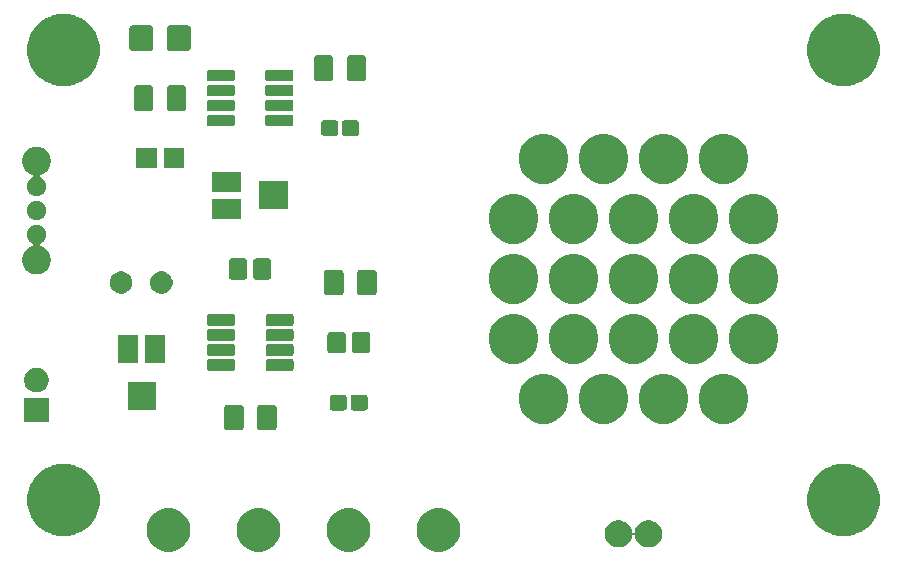
<source format=gbr>
G04 #@! TF.GenerationSoftware,KiCad,Pcbnew,(5.1.5)-3*
G04 #@! TF.CreationDate,2020-06-16T01:41:36-04:00*
G04 #@! TF.ProjectId,SMT-Theremin-v1,534d542d-5468-4657-9265-6d696e2d7631,rev?*
G04 #@! TF.SameCoordinates,Original*
G04 #@! TF.FileFunction,Soldermask,Top*
G04 #@! TF.FilePolarity,Negative*
%FSLAX46Y46*%
G04 Gerber Fmt 4.6, Leading zero omitted, Abs format (unit mm)*
G04 Created by KiCad (PCBNEW (5.1.5)-3) date 2020-06-16 01:41:36*
%MOMM*%
%LPD*%
G04 APERTURE LIST*
%ADD10C,0.100000*%
G04 APERTURE END LIST*
D10*
G36*
X118650850Y-115057056D02*
G01*
X118988293Y-115196829D01*
X119291984Y-115399749D01*
X119550251Y-115658016D01*
X119753171Y-115961707D01*
X119892944Y-116299150D01*
X119964200Y-116657377D01*
X119964200Y-117022623D01*
X119892944Y-117380850D01*
X119753171Y-117718293D01*
X119550251Y-118021984D01*
X119291984Y-118280251D01*
X118988293Y-118483171D01*
X118650850Y-118622944D01*
X118292623Y-118694200D01*
X117927377Y-118694200D01*
X117569150Y-118622944D01*
X117231707Y-118483171D01*
X116928016Y-118280251D01*
X116669749Y-118021984D01*
X116466829Y-117718293D01*
X116327056Y-117380850D01*
X116255800Y-117022623D01*
X116255800Y-116657377D01*
X116327056Y-116299150D01*
X116466829Y-115961707D01*
X116669749Y-115658016D01*
X116928016Y-115399749D01*
X117231707Y-115196829D01*
X117569150Y-115057056D01*
X117927377Y-114985800D01*
X118292623Y-114985800D01*
X118650850Y-115057056D01*
G37*
G36*
X111030850Y-115057056D02*
G01*
X111368293Y-115196829D01*
X111671984Y-115399749D01*
X111930251Y-115658016D01*
X112133171Y-115961707D01*
X112272944Y-116299150D01*
X112344200Y-116657377D01*
X112344200Y-117022623D01*
X112272944Y-117380850D01*
X112133171Y-117718293D01*
X111930251Y-118021984D01*
X111671984Y-118280251D01*
X111368293Y-118483171D01*
X111030850Y-118622944D01*
X110672623Y-118694200D01*
X110307377Y-118694200D01*
X109949150Y-118622944D01*
X109611707Y-118483171D01*
X109308016Y-118280251D01*
X109049749Y-118021984D01*
X108846829Y-117718293D01*
X108707056Y-117380850D01*
X108635800Y-117022623D01*
X108635800Y-116657377D01*
X108707056Y-116299150D01*
X108846829Y-115961707D01*
X109049749Y-115658016D01*
X109308016Y-115399749D01*
X109611707Y-115196829D01*
X109949150Y-115057056D01*
X110307377Y-114985800D01*
X110672623Y-114985800D01*
X111030850Y-115057056D01*
G37*
G36*
X95790850Y-115057056D02*
G01*
X96128293Y-115196829D01*
X96431984Y-115399749D01*
X96690251Y-115658016D01*
X96893171Y-115961707D01*
X97032944Y-116299150D01*
X97104200Y-116657377D01*
X97104200Y-117022623D01*
X97032944Y-117380850D01*
X96893171Y-117718293D01*
X96690251Y-118021984D01*
X96431984Y-118280251D01*
X96128293Y-118483171D01*
X95790850Y-118622944D01*
X95432623Y-118694200D01*
X95067377Y-118694200D01*
X94709150Y-118622944D01*
X94371707Y-118483171D01*
X94068016Y-118280251D01*
X93809749Y-118021984D01*
X93606829Y-117718293D01*
X93467056Y-117380850D01*
X93395800Y-117022623D01*
X93395800Y-116657377D01*
X93467056Y-116299150D01*
X93606829Y-115961707D01*
X93809749Y-115658016D01*
X94068016Y-115399749D01*
X94371707Y-115196829D01*
X94709150Y-115057056D01*
X95067377Y-114985800D01*
X95432623Y-114985800D01*
X95790850Y-115057056D01*
G37*
G36*
X103410850Y-115057056D02*
G01*
X103748293Y-115196829D01*
X104051984Y-115399749D01*
X104310251Y-115658016D01*
X104513171Y-115961707D01*
X104652944Y-116299150D01*
X104724200Y-116657377D01*
X104724200Y-117022623D01*
X104652944Y-117380850D01*
X104513171Y-117718293D01*
X104310251Y-118021984D01*
X104051984Y-118280251D01*
X103748293Y-118483171D01*
X103410850Y-118622944D01*
X103052623Y-118694200D01*
X102687377Y-118694200D01*
X102329150Y-118622944D01*
X101991707Y-118483171D01*
X101688016Y-118280251D01*
X101429749Y-118021984D01*
X101226829Y-117718293D01*
X101087056Y-117380850D01*
X101015800Y-117022623D01*
X101015800Y-116657377D01*
X101087056Y-116299150D01*
X101226829Y-115961707D01*
X101429749Y-115658016D01*
X101688016Y-115399749D01*
X101991707Y-115196829D01*
X102329150Y-115057056D01*
X102687377Y-114985800D01*
X103052623Y-114985800D01*
X103410850Y-115057056D01*
G37*
G36*
X133687105Y-116039714D02*
G01*
X133897429Y-116126833D01*
X134086716Y-116253310D01*
X134247691Y-116414285D01*
X134374168Y-116603572D01*
X134461287Y-116813896D01*
X134495443Y-116985608D01*
X134502668Y-117009426D01*
X134514404Y-117031382D01*
X134530198Y-117050627D01*
X134549443Y-117066421D01*
X134571400Y-117078157D01*
X134595224Y-117085384D01*
X134620000Y-117087824D01*
X134644777Y-117085384D01*
X134668601Y-117078157D01*
X134690557Y-117066421D01*
X134709802Y-117050627D01*
X134725596Y-117031382D01*
X134737332Y-117009425D01*
X134744557Y-116985608D01*
X134778713Y-116813896D01*
X134865832Y-116603572D01*
X134992309Y-116414285D01*
X135153284Y-116253310D01*
X135342571Y-116126833D01*
X135552895Y-116039714D01*
X135776173Y-115995301D01*
X136003827Y-115995301D01*
X136227105Y-116039714D01*
X136437429Y-116126833D01*
X136626716Y-116253310D01*
X136787691Y-116414285D01*
X136914168Y-116603572D01*
X137001287Y-116813896D01*
X137045700Y-117037174D01*
X137045700Y-117264828D01*
X137001287Y-117488106D01*
X136914168Y-117698430D01*
X136787691Y-117887717D01*
X136626716Y-118048692D01*
X136437429Y-118175169D01*
X136227105Y-118262288D01*
X136003827Y-118306701D01*
X135776173Y-118306701D01*
X135552895Y-118262288D01*
X135342571Y-118175169D01*
X135153284Y-118048692D01*
X134992309Y-117887717D01*
X134865832Y-117698430D01*
X134778713Y-117488106D01*
X134744557Y-117316394D01*
X134737332Y-117292576D01*
X134725596Y-117270620D01*
X134709802Y-117251375D01*
X134690557Y-117235581D01*
X134668600Y-117223845D01*
X134644776Y-117216618D01*
X134620000Y-117214178D01*
X134595223Y-117216618D01*
X134571399Y-117223845D01*
X134549443Y-117235581D01*
X134530198Y-117251375D01*
X134514404Y-117270620D01*
X134502668Y-117292577D01*
X134495443Y-117316394D01*
X134461287Y-117488106D01*
X134374168Y-117698430D01*
X134247691Y-117887717D01*
X134086716Y-118048692D01*
X133897429Y-118175169D01*
X133687105Y-118262288D01*
X133463827Y-118306701D01*
X133236173Y-118306701D01*
X133012895Y-118262288D01*
X132802571Y-118175169D01*
X132613284Y-118048692D01*
X132452309Y-117887717D01*
X132325832Y-117698430D01*
X132238713Y-117488106D01*
X132194300Y-117264828D01*
X132194300Y-117037174D01*
X132238713Y-116813896D01*
X132325832Y-116603572D01*
X132452309Y-116414285D01*
X132613284Y-116253310D01*
X132802571Y-116126833D01*
X133012895Y-116039714D01*
X133236173Y-115995301D01*
X133463827Y-115995301D01*
X133687105Y-116039714D01*
G37*
G36*
X152819073Y-111262696D02*
G01*
X153292772Y-111356920D01*
X153571279Y-111472282D01*
X153849785Y-111587643D01*
X153849786Y-111587644D01*
X154351083Y-111922599D01*
X154777401Y-112348917D01*
X155001211Y-112683873D01*
X155112357Y-112850215D01*
X155227718Y-113128721D01*
X155343080Y-113407228D01*
X155460700Y-113998548D01*
X155460700Y-114601452D01*
X155343080Y-115192772D01*
X155257347Y-115399749D01*
X155112357Y-115749785D01*
X155112356Y-115749786D01*
X154777401Y-116251083D01*
X154351083Y-116677401D01*
X154146803Y-116813896D01*
X153849785Y-117012357D01*
X153571279Y-117127718D01*
X153292772Y-117243080D01*
X152819073Y-117337304D01*
X152701453Y-117360700D01*
X152098547Y-117360700D01*
X151980927Y-117337304D01*
X151507228Y-117243080D01*
X151228721Y-117127718D01*
X150950215Y-117012357D01*
X150653197Y-116813896D01*
X150448917Y-116677401D01*
X150022599Y-116251083D01*
X149687644Y-115749786D01*
X149687643Y-115749785D01*
X149542653Y-115399749D01*
X149456920Y-115192772D01*
X149339300Y-114601452D01*
X149339300Y-113998548D01*
X149456920Y-113407228D01*
X149572282Y-113128721D01*
X149687643Y-112850215D01*
X149798789Y-112683873D01*
X150022599Y-112348917D01*
X150448917Y-111922599D01*
X150950214Y-111587644D01*
X150950215Y-111587643D01*
X151228721Y-111472282D01*
X151507228Y-111356920D01*
X151980927Y-111262696D01*
X152098547Y-111239300D01*
X152701453Y-111239300D01*
X152819073Y-111262696D01*
G37*
G36*
X86779073Y-111262696D02*
G01*
X87252772Y-111356920D01*
X87531279Y-111472282D01*
X87809785Y-111587643D01*
X87809786Y-111587644D01*
X88311083Y-111922599D01*
X88737401Y-112348917D01*
X88961211Y-112683873D01*
X89072357Y-112850215D01*
X89187718Y-113128721D01*
X89303080Y-113407228D01*
X89420700Y-113998548D01*
X89420700Y-114601452D01*
X89303080Y-115192772D01*
X89217347Y-115399749D01*
X89072357Y-115749785D01*
X89072356Y-115749786D01*
X88737401Y-116251083D01*
X88311083Y-116677401D01*
X88106803Y-116813896D01*
X87809785Y-117012357D01*
X87531279Y-117127718D01*
X87252772Y-117243080D01*
X86779073Y-117337304D01*
X86661453Y-117360700D01*
X86058547Y-117360700D01*
X85940927Y-117337304D01*
X85467228Y-117243080D01*
X85188721Y-117127718D01*
X84910215Y-117012357D01*
X84613197Y-116813896D01*
X84408917Y-116677401D01*
X83982599Y-116251083D01*
X83647644Y-115749786D01*
X83647643Y-115749785D01*
X83502653Y-115399749D01*
X83416920Y-115192772D01*
X83299300Y-114601452D01*
X83299300Y-113998548D01*
X83416920Y-113407228D01*
X83532282Y-113128721D01*
X83647643Y-112850215D01*
X83758789Y-112683873D01*
X83982599Y-112348917D01*
X84408917Y-111922599D01*
X84910214Y-111587644D01*
X84910215Y-111587643D01*
X85188721Y-111472282D01*
X85467228Y-111356920D01*
X85940927Y-111262696D01*
X86058547Y-111239300D01*
X86661453Y-111239300D01*
X86779073Y-111262696D01*
G37*
G36*
X101406961Y-106242304D02*
G01*
X101454701Y-106256785D01*
X101498693Y-106280299D01*
X101537254Y-106311946D01*
X101568901Y-106350507D01*
X101592415Y-106394499D01*
X101606896Y-106442239D01*
X101612400Y-106498116D01*
X101612400Y-108131884D01*
X101606896Y-108187761D01*
X101592415Y-108235501D01*
X101568901Y-108279493D01*
X101537254Y-108318054D01*
X101498693Y-108349701D01*
X101454701Y-108373215D01*
X101406961Y-108387696D01*
X101351084Y-108393200D01*
X100217316Y-108393200D01*
X100161439Y-108387696D01*
X100113699Y-108373215D01*
X100069707Y-108349701D01*
X100031146Y-108318054D01*
X99999499Y-108279493D01*
X99975985Y-108235501D01*
X99961504Y-108187761D01*
X99956000Y-108131884D01*
X99956000Y-106498116D01*
X99961504Y-106442239D01*
X99975985Y-106394499D01*
X99999499Y-106350507D01*
X100031146Y-106311946D01*
X100069707Y-106280299D01*
X100113699Y-106256785D01*
X100161439Y-106242304D01*
X100217316Y-106236800D01*
X101351084Y-106236800D01*
X101406961Y-106242304D01*
G37*
G36*
X104206961Y-106242304D02*
G01*
X104254701Y-106256785D01*
X104298693Y-106280299D01*
X104337254Y-106311946D01*
X104368901Y-106350507D01*
X104392415Y-106394499D01*
X104406896Y-106442239D01*
X104412400Y-106498116D01*
X104412400Y-108131884D01*
X104406896Y-108187761D01*
X104392415Y-108235501D01*
X104368901Y-108279493D01*
X104337254Y-108318054D01*
X104298693Y-108349701D01*
X104254701Y-108373215D01*
X104206961Y-108387696D01*
X104151084Y-108393200D01*
X103017316Y-108393200D01*
X102961439Y-108387696D01*
X102913699Y-108373215D01*
X102869707Y-108349701D01*
X102831146Y-108318054D01*
X102799499Y-108279493D01*
X102775985Y-108235501D01*
X102761504Y-108187761D01*
X102756000Y-108131884D01*
X102756000Y-106498116D01*
X102761504Y-106442239D01*
X102775985Y-106394499D01*
X102799499Y-106350507D01*
X102831146Y-106311946D01*
X102869707Y-106280299D01*
X102913699Y-106256785D01*
X102961439Y-106242304D01*
X103017316Y-106236800D01*
X104151084Y-106236800D01*
X104206961Y-106242304D01*
G37*
G36*
X137774939Y-103693818D02*
G01*
X138158607Y-103852738D01*
X138503899Y-104083455D01*
X138797546Y-104377102D01*
X139028263Y-104722394D01*
X139187183Y-105106062D01*
X139268200Y-105513361D01*
X139268200Y-105928641D01*
X139187183Y-106335940D01*
X139028263Y-106719608D01*
X138797546Y-107064900D01*
X138503899Y-107358547D01*
X138158607Y-107589264D01*
X137774939Y-107748184D01*
X137367640Y-107829201D01*
X136952360Y-107829201D01*
X136545061Y-107748184D01*
X136161393Y-107589264D01*
X135816101Y-107358547D01*
X135522454Y-107064900D01*
X135291737Y-106719608D01*
X135132817Y-106335940D01*
X135051800Y-105928641D01*
X135051800Y-105513361D01*
X135132817Y-105106062D01*
X135291737Y-104722394D01*
X135522454Y-104377102D01*
X135816101Y-104083455D01*
X136161393Y-103852738D01*
X136545061Y-103693818D01*
X136952360Y-103612801D01*
X137367640Y-103612801D01*
X137774939Y-103693818D01*
G37*
G36*
X142854939Y-103693818D02*
G01*
X143238607Y-103852738D01*
X143583899Y-104083455D01*
X143877546Y-104377102D01*
X144108263Y-104722394D01*
X144267183Y-105106062D01*
X144348200Y-105513361D01*
X144348200Y-105928641D01*
X144267183Y-106335940D01*
X144108263Y-106719608D01*
X143877546Y-107064900D01*
X143583899Y-107358547D01*
X143238607Y-107589264D01*
X142854939Y-107748184D01*
X142447640Y-107829201D01*
X142032360Y-107829201D01*
X141625061Y-107748184D01*
X141241393Y-107589264D01*
X140896101Y-107358547D01*
X140602454Y-107064900D01*
X140371737Y-106719608D01*
X140212817Y-106335940D01*
X140131800Y-105928641D01*
X140131800Y-105513361D01*
X140212817Y-105106062D01*
X140371737Y-104722394D01*
X140602454Y-104377102D01*
X140896101Y-104083455D01*
X141241393Y-103852738D01*
X141625061Y-103693818D01*
X142032360Y-103612801D01*
X142447640Y-103612801D01*
X142854939Y-103693818D01*
G37*
G36*
X127614939Y-103693818D02*
G01*
X127998607Y-103852738D01*
X128343899Y-104083455D01*
X128637546Y-104377102D01*
X128868263Y-104722394D01*
X129027183Y-105106062D01*
X129108200Y-105513361D01*
X129108200Y-105928641D01*
X129027183Y-106335940D01*
X128868263Y-106719608D01*
X128637546Y-107064900D01*
X128343899Y-107358547D01*
X127998607Y-107589264D01*
X127614939Y-107748184D01*
X127207640Y-107829201D01*
X126792360Y-107829201D01*
X126385061Y-107748184D01*
X126001393Y-107589264D01*
X125656101Y-107358547D01*
X125362454Y-107064900D01*
X125131737Y-106719608D01*
X124972817Y-106335940D01*
X124891800Y-105928641D01*
X124891800Y-105513361D01*
X124972817Y-105106062D01*
X125131737Y-104722394D01*
X125362454Y-104377102D01*
X125656101Y-104083455D01*
X126001393Y-103852738D01*
X126385061Y-103693818D01*
X126792360Y-103612801D01*
X127207640Y-103612801D01*
X127614939Y-103693818D01*
G37*
G36*
X132694939Y-103693818D02*
G01*
X133078607Y-103852738D01*
X133423899Y-104083455D01*
X133717546Y-104377102D01*
X133948263Y-104722394D01*
X134107183Y-105106062D01*
X134188200Y-105513361D01*
X134188200Y-105928641D01*
X134107183Y-106335940D01*
X133948263Y-106719608D01*
X133717546Y-107064900D01*
X133423899Y-107358547D01*
X133078607Y-107589264D01*
X132694939Y-107748184D01*
X132287640Y-107829201D01*
X131872360Y-107829201D01*
X131465061Y-107748184D01*
X131081393Y-107589264D01*
X130736101Y-107358547D01*
X130442454Y-107064900D01*
X130211737Y-106719608D01*
X130052817Y-106335940D01*
X129971800Y-105928641D01*
X129971800Y-105513361D01*
X130052817Y-105106062D01*
X130211737Y-104722394D01*
X130442454Y-104377102D01*
X130736101Y-104083455D01*
X131081393Y-103852738D01*
X131465061Y-103693818D01*
X131872360Y-103612801D01*
X132287640Y-103612801D01*
X132694939Y-103693818D01*
G37*
G36*
X85127200Y-107733200D02*
G01*
X83020800Y-107733200D01*
X83020800Y-105626800D01*
X85127200Y-105626800D01*
X85127200Y-107733200D01*
G37*
G36*
X110146643Y-105372698D02*
G01*
X110198234Y-105388347D01*
X110245773Y-105413757D01*
X110287444Y-105447956D01*
X110321643Y-105489627D01*
X110347053Y-105537166D01*
X110362702Y-105588757D01*
X110368600Y-105648634D01*
X110368600Y-106441366D01*
X110362702Y-106501243D01*
X110347053Y-106552834D01*
X110321643Y-106600373D01*
X110287444Y-106642044D01*
X110245773Y-106676243D01*
X110198234Y-106701653D01*
X110146643Y-106717302D01*
X110086766Y-106723200D01*
X109194034Y-106723200D01*
X109134157Y-106717302D01*
X109082566Y-106701653D01*
X109035027Y-106676243D01*
X108993356Y-106642044D01*
X108959157Y-106600373D01*
X108933747Y-106552834D01*
X108918098Y-106501243D01*
X108912200Y-106441366D01*
X108912200Y-105648634D01*
X108918098Y-105588757D01*
X108933747Y-105537166D01*
X108959157Y-105489627D01*
X108993356Y-105447956D01*
X109035027Y-105413757D01*
X109082566Y-105388347D01*
X109134157Y-105372698D01*
X109194034Y-105366800D01*
X110086766Y-105366800D01*
X110146643Y-105372698D01*
G37*
G36*
X111896643Y-105372698D02*
G01*
X111948234Y-105388347D01*
X111995773Y-105413757D01*
X112037444Y-105447956D01*
X112071643Y-105489627D01*
X112097053Y-105537166D01*
X112112702Y-105588757D01*
X112118600Y-105648634D01*
X112118600Y-106441366D01*
X112112702Y-106501243D01*
X112097053Y-106552834D01*
X112071643Y-106600373D01*
X112037444Y-106642044D01*
X111995773Y-106676243D01*
X111948234Y-106701653D01*
X111896643Y-106717302D01*
X111836766Y-106723200D01*
X110944034Y-106723200D01*
X110884157Y-106717302D01*
X110832566Y-106701653D01*
X110785027Y-106676243D01*
X110743356Y-106642044D01*
X110709157Y-106600373D01*
X110683747Y-106552834D01*
X110668098Y-106501243D01*
X110662200Y-106441366D01*
X110662200Y-105648634D01*
X110668098Y-105588757D01*
X110683747Y-105537166D01*
X110709157Y-105489627D01*
X110743356Y-105447956D01*
X110785027Y-105413757D01*
X110832566Y-105388347D01*
X110884157Y-105372698D01*
X110944034Y-105366800D01*
X111836766Y-105366800D01*
X111896643Y-105372698D01*
G37*
G36*
X94192600Y-106708200D02*
G01*
X91786200Y-106708200D01*
X91786200Y-104301800D01*
X94192600Y-104301800D01*
X94192600Y-106708200D01*
G37*
G36*
X84381207Y-103127274D02*
G01*
X84572877Y-103206666D01*
X84745376Y-103321926D01*
X84892074Y-103468624D01*
X85007334Y-103641123D01*
X85086726Y-103832793D01*
X85127200Y-104036269D01*
X85127200Y-104243731D01*
X85086726Y-104447207D01*
X85007334Y-104638877D01*
X84892074Y-104811376D01*
X84745376Y-104958074D01*
X84572877Y-105073334D01*
X84381207Y-105152726D01*
X84177731Y-105193200D01*
X83970269Y-105193200D01*
X83766793Y-105152726D01*
X83575123Y-105073334D01*
X83402624Y-104958074D01*
X83255926Y-104811376D01*
X83140666Y-104638877D01*
X83061274Y-104447207D01*
X83020800Y-104243731D01*
X83020800Y-104036269D01*
X83061274Y-103832793D01*
X83140666Y-103641123D01*
X83255926Y-103468624D01*
X83402624Y-103321926D01*
X83575123Y-103206666D01*
X83766793Y-103127274D01*
X83970269Y-103086800D01*
X84177731Y-103086800D01*
X84381207Y-103127274D01*
G37*
G36*
X105685876Y-102371017D02*
G01*
X105721046Y-102381685D01*
X105753463Y-102399013D01*
X105781872Y-102422328D01*
X105805187Y-102450737D01*
X105822515Y-102483154D01*
X105833183Y-102518324D01*
X105837400Y-102561136D01*
X105837400Y-103178864D01*
X105833183Y-103221676D01*
X105822515Y-103256846D01*
X105805187Y-103289263D01*
X105781872Y-103317672D01*
X105753463Y-103340987D01*
X105721046Y-103358315D01*
X105685876Y-103368983D01*
X105643064Y-103373200D01*
X103675336Y-103373200D01*
X103632524Y-103368983D01*
X103597354Y-103358315D01*
X103564937Y-103340987D01*
X103536528Y-103317672D01*
X103513213Y-103289263D01*
X103495885Y-103256846D01*
X103485217Y-103221676D01*
X103481000Y-103178864D01*
X103481000Y-102561136D01*
X103485217Y-102518324D01*
X103495885Y-102483154D01*
X103513213Y-102450737D01*
X103536528Y-102422328D01*
X103564937Y-102399013D01*
X103597354Y-102381685D01*
X103632524Y-102371017D01*
X103675336Y-102366800D01*
X105643064Y-102366800D01*
X105685876Y-102371017D01*
G37*
G36*
X100735876Y-102371017D02*
G01*
X100771046Y-102381685D01*
X100803463Y-102399013D01*
X100831872Y-102422328D01*
X100855187Y-102450737D01*
X100872515Y-102483154D01*
X100883183Y-102518324D01*
X100887400Y-102561136D01*
X100887400Y-103178864D01*
X100883183Y-103221676D01*
X100872515Y-103256846D01*
X100855187Y-103289263D01*
X100831872Y-103317672D01*
X100803463Y-103340987D01*
X100771046Y-103358315D01*
X100735876Y-103368983D01*
X100693064Y-103373200D01*
X98725336Y-103373200D01*
X98682524Y-103368983D01*
X98647354Y-103358315D01*
X98614937Y-103340987D01*
X98586528Y-103317672D01*
X98563213Y-103289263D01*
X98545885Y-103256846D01*
X98535217Y-103221676D01*
X98531000Y-103178864D01*
X98531000Y-102561136D01*
X98535217Y-102518324D01*
X98545885Y-102483154D01*
X98563213Y-102450737D01*
X98586528Y-102422328D01*
X98614937Y-102399013D01*
X98647354Y-102381685D01*
X98682524Y-102371017D01*
X98725336Y-102366800D01*
X100693064Y-102366800D01*
X100735876Y-102371017D01*
G37*
G36*
X145394939Y-98613818D02*
G01*
X145778607Y-98772738D01*
X146123899Y-99003455D01*
X146417546Y-99297102D01*
X146648263Y-99642394D01*
X146807183Y-100026062D01*
X146888200Y-100433361D01*
X146888200Y-100848641D01*
X146807183Y-101255940D01*
X146648263Y-101639608D01*
X146417546Y-101984900D01*
X146123899Y-102278547D01*
X145778607Y-102509264D01*
X145394939Y-102668184D01*
X144987640Y-102749201D01*
X144572360Y-102749201D01*
X144165061Y-102668184D01*
X143781393Y-102509264D01*
X143436101Y-102278547D01*
X143142454Y-101984900D01*
X142911737Y-101639608D01*
X142752817Y-101255940D01*
X142671800Y-100848641D01*
X142671800Y-100433361D01*
X142752817Y-100026062D01*
X142911737Y-99642394D01*
X143142454Y-99297102D01*
X143436101Y-99003455D01*
X143781393Y-98772738D01*
X144165061Y-98613818D01*
X144572360Y-98532801D01*
X144987640Y-98532801D01*
X145394939Y-98613818D01*
G37*
G36*
X140314939Y-98613818D02*
G01*
X140698607Y-98772738D01*
X141043899Y-99003455D01*
X141337546Y-99297102D01*
X141568263Y-99642394D01*
X141727183Y-100026062D01*
X141808200Y-100433361D01*
X141808200Y-100848641D01*
X141727183Y-101255940D01*
X141568263Y-101639608D01*
X141337546Y-101984900D01*
X141043899Y-102278547D01*
X140698607Y-102509264D01*
X140314939Y-102668184D01*
X139907640Y-102749201D01*
X139492360Y-102749201D01*
X139085061Y-102668184D01*
X138701393Y-102509264D01*
X138356101Y-102278547D01*
X138062454Y-101984900D01*
X137831737Y-101639608D01*
X137672817Y-101255940D01*
X137591800Y-100848641D01*
X137591800Y-100433361D01*
X137672817Y-100026062D01*
X137831737Y-99642394D01*
X138062454Y-99297102D01*
X138356101Y-99003455D01*
X138701393Y-98772738D01*
X139085061Y-98613818D01*
X139492360Y-98532801D01*
X139907640Y-98532801D01*
X140314939Y-98613818D01*
G37*
G36*
X130154939Y-98613818D02*
G01*
X130538607Y-98772738D01*
X130883899Y-99003455D01*
X131177546Y-99297102D01*
X131408263Y-99642394D01*
X131567183Y-100026062D01*
X131648200Y-100433361D01*
X131648200Y-100848641D01*
X131567183Y-101255940D01*
X131408263Y-101639608D01*
X131177546Y-101984900D01*
X130883899Y-102278547D01*
X130538607Y-102509264D01*
X130154939Y-102668184D01*
X129747640Y-102749201D01*
X129332360Y-102749201D01*
X128925061Y-102668184D01*
X128541393Y-102509264D01*
X128196101Y-102278547D01*
X127902454Y-101984900D01*
X127671737Y-101639608D01*
X127512817Y-101255940D01*
X127431800Y-100848641D01*
X127431800Y-100433361D01*
X127512817Y-100026062D01*
X127671737Y-99642394D01*
X127902454Y-99297102D01*
X128196101Y-99003455D01*
X128541393Y-98772738D01*
X128925061Y-98613818D01*
X129332360Y-98532801D01*
X129747640Y-98532801D01*
X130154939Y-98613818D01*
G37*
G36*
X125074939Y-98613818D02*
G01*
X125458607Y-98772738D01*
X125803899Y-99003455D01*
X126097546Y-99297102D01*
X126328263Y-99642394D01*
X126487183Y-100026062D01*
X126568200Y-100433361D01*
X126568200Y-100848641D01*
X126487183Y-101255940D01*
X126328263Y-101639608D01*
X126097546Y-101984900D01*
X125803899Y-102278547D01*
X125458607Y-102509264D01*
X125074939Y-102668184D01*
X124667640Y-102749201D01*
X124252360Y-102749201D01*
X123845061Y-102668184D01*
X123461393Y-102509264D01*
X123116101Y-102278547D01*
X122822454Y-101984900D01*
X122591737Y-101639608D01*
X122432817Y-101255940D01*
X122351800Y-100848641D01*
X122351800Y-100433361D01*
X122432817Y-100026062D01*
X122591737Y-99642394D01*
X122822454Y-99297102D01*
X123116101Y-99003455D01*
X123461393Y-98772738D01*
X123845061Y-98613818D01*
X124252360Y-98532801D01*
X124667640Y-98532801D01*
X125074939Y-98613818D01*
G37*
G36*
X135234939Y-98613818D02*
G01*
X135618607Y-98772738D01*
X135963899Y-99003455D01*
X136257546Y-99297102D01*
X136488263Y-99642394D01*
X136647183Y-100026062D01*
X136728200Y-100433361D01*
X136728200Y-100848641D01*
X136647183Y-101255940D01*
X136488263Y-101639608D01*
X136257546Y-101984900D01*
X135963899Y-102278547D01*
X135618607Y-102509264D01*
X135234939Y-102668184D01*
X134827640Y-102749201D01*
X134412360Y-102749201D01*
X134005061Y-102668184D01*
X133621393Y-102509264D01*
X133276101Y-102278547D01*
X132982454Y-101984900D01*
X132751737Y-101639608D01*
X132592817Y-101255940D01*
X132511800Y-100848641D01*
X132511800Y-100433361D01*
X132592817Y-100026062D01*
X132751737Y-99642394D01*
X132982454Y-99297102D01*
X133276101Y-99003455D01*
X133621393Y-98772738D01*
X134005061Y-98613818D01*
X134412360Y-98532801D01*
X134827640Y-98532801D01*
X135234939Y-98613818D01*
G37*
G36*
X94992600Y-102708200D02*
G01*
X93286200Y-102708200D01*
X93286200Y-100301800D01*
X94992600Y-100301800D01*
X94992600Y-102708200D01*
G37*
G36*
X92692600Y-102708200D02*
G01*
X90986200Y-102708200D01*
X90986200Y-100301800D01*
X92692600Y-100301800D01*
X92692600Y-102708200D01*
G37*
G36*
X100735876Y-101101017D02*
G01*
X100771046Y-101111685D01*
X100803463Y-101129013D01*
X100831872Y-101152328D01*
X100855187Y-101180737D01*
X100872515Y-101213154D01*
X100883183Y-101248324D01*
X100887400Y-101291136D01*
X100887400Y-101908864D01*
X100883183Y-101951676D01*
X100872515Y-101986846D01*
X100855187Y-102019263D01*
X100831872Y-102047672D01*
X100803463Y-102070987D01*
X100771046Y-102088315D01*
X100735876Y-102098983D01*
X100693064Y-102103200D01*
X98725336Y-102103200D01*
X98682524Y-102098983D01*
X98647354Y-102088315D01*
X98614937Y-102070987D01*
X98586528Y-102047672D01*
X98563213Y-102019263D01*
X98545885Y-101986846D01*
X98535217Y-101951676D01*
X98531000Y-101908864D01*
X98531000Y-101291136D01*
X98535217Y-101248324D01*
X98545885Y-101213154D01*
X98563213Y-101180737D01*
X98586528Y-101152328D01*
X98614937Y-101129013D01*
X98647354Y-101111685D01*
X98682524Y-101101017D01*
X98725336Y-101096800D01*
X100693064Y-101096800D01*
X100735876Y-101101017D01*
G37*
G36*
X105685876Y-101101017D02*
G01*
X105721046Y-101111685D01*
X105753463Y-101129013D01*
X105781872Y-101152328D01*
X105805187Y-101180737D01*
X105822515Y-101213154D01*
X105833183Y-101248324D01*
X105837400Y-101291136D01*
X105837400Y-101908864D01*
X105833183Y-101951676D01*
X105822515Y-101986846D01*
X105805187Y-102019263D01*
X105781872Y-102047672D01*
X105753463Y-102070987D01*
X105721046Y-102088315D01*
X105685876Y-102098983D01*
X105643064Y-102103200D01*
X103675336Y-102103200D01*
X103632524Y-102098983D01*
X103597354Y-102088315D01*
X103564937Y-102070987D01*
X103536528Y-102047672D01*
X103513213Y-102019263D01*
X103495885Y-101986846D01*
X103485217Y-101951676D01*
X103481000Y-101908864D01*
X103481000Y-101291136D01*
X103485217Y-101248324D01*
X103495885Y-101213154D01*
X103513213Y-101180737D01*
X103536528Y-101152328D01*
X103564937Y-101129013D01*
X103597354Y-101111685D01*
X103632524Y-101101017D01*
X103675336Y-101096800D01*
X105643064Y-101096800D01*
X105685876Y-101101017D01*
G37*
G36*
X112104486Y-100067511D02*
G01*
X112154248Y-100082605D01*
X112200103Y-100107115D01*
X112240298Y-100140102D01*
X112273285Y-100180297D01*
X112297795Y-100226152D01*
X112312889Y-100275914D01*
X112318600Y-100333893D01*
X112318600Y-101596107D01*
X112312889Y-101654086D01*
X112297795Y-101703848D01*
X112273285Y-101749703D01*
X112240298Y-101789898D01*
X112200103Y-101822885D01*
X112154248Y-101847395D01*
X112104486Y-101862489D01*
X112046507Y-101868200D01*
X111034293Y-101868200D01*
X110976314Y-101862489D01*
X110926552Y-101847395D01*
X110880697Y-101822885D01*
X110840502Y-101789898D01*
X110807515Y-101749703D01*
X110783005Y-101703848D01*
X110767911Y-101654086D01*
X110762200Y-101596107D01*
X110762200Y-100333893D01*
X110767911Y-100275914D01*
X110783005Y-100226152D01*
X110807515Y-100180297D01*
X110840502Y-100140102D01*
X110880697Y-100107115D01*
X110926552Y-100082605D01*
X110976314Y-100067511D01*
X111034293Y-100061800D01*
X112046507Y-100061800D01*
X112104486Y-100067511D01*
G37*
G36*
X110054486Y-100067511D02*
G01*
X110104248Y-100082605D01*
X110150103Y-100107115D01*
X110190298Y-100140102D01*
X110223285Y-100180297D01*
X110247795Y-100226152D01*
X110262889Y-100275914D01*
X110268600Y-100333893D01*
X110268600Y-101596107D01*
X110262889Y-101654086D01*
X110247795Y-101703848D01*
X110223285Y-101749703D01*
X110190298Y-101789898D01*
X110150103Y-101822885D01*
X110104248Y-101847395D01*
X110054486Y-101862489D01*
X109996507Y-101868200D01*
X108984293Y-101868200D01*
X108926314Y-101862489D01*
X108876552Y-101847395D01*
X108830697Y-101822885D01*
X108790502Y-101789898D01*
X108757515Y-101749703D01*
X108733005Y-101703848D01*
X108717911Y-101654086D01*
X108712200Y-101596107D01*
X108712200Y-100333893D01*
X108717911Y-100275914D01*
X108733005Y-100226152D01*
X108757515Y-100180297D01*
X108790502Y-100140102D01*
X108830697Y-100107115D01*
X108876552Y-100082605D01*
X108926314Y-100067511D01*
X108984293Y-100061800D01*
X109996507Y-100061800D01*
X110054486Y-100067511D01*
G37*
G36*
X100735876Y-99831017D02*
G01*
X100771046Y-99841685D01*
X100803463Y-99859013D01*
X100831872Y-99882328D01*
X100855187Y-99910737D01*
X100872515Y-99943154D01*
X100883183Y-99978324D01*
X100887400Y-100021136D01*
X100887400Y-100638864D01*
X100883183Y-100681676D01*
X100872515Y-100716846D01*
X100855187Y-100749263D01*
X100831872Y-100777672D01*
X100803463Y-100800987D01*
X100771046Y-100818315D01*
X100735876Y-100828983D01*
X100693064Y-100833200D01*
X98725336Y-100833200D01*
X98682524Y-100828983D01*
X98647354Y-100818315D01*
X98614937Y-100800987D01*
X98586528Y-100777672D01*
X98563213Y-100749263D01*
X98545885Y-100716846D01*
X98535217Y-100681676D01*
X98531000Y-100638864D01*
X98531000Y-100021136D01*
X98535217Y-99978324D01*
X98545885Y-99943154D01*
X98563213Y-99910737D01*
X98586528Y-99882328D01*
X98614937Y-99859013D01*
X98647354Y-99841685D01*
X98682524Y-99831017D01*
X98725336Y-99826800D01*
X100693064Y-99826800D01*
X100735876Y-99831017D01*
G37*
G36*
X105685876Y-99831017D02*
G01*
X105721046Y-99841685D01*
X105753463Y-99859013D01*
X105781872Y-99882328D01*
X105805187Y-99910737D01*
X105822515Y-99943154D01*
X105833183Y-99978324D01*
X105837400Y-100021136D01*
X105837400Y-100638864D01*
X105833183Y-100681676D01*
X105822515Y-100716846D01*
X105805187Y-100749263D01*
X105781872Y-100777672D01*
X105753463Y-100800987D01*
X105721046Y-100818315D01*
X105685876Y-100828983D01*
X105643064Y-100833200D01*
X103675336Y-100833200D01*
X103632524Y-100828983D01*
X103597354Y-100818315D01*
X103564937Y-100800987D01*
X103536528Y-100777672D01*
X103513213Y-100749263D01*
X103495885Y-100716846D01*
X103485217Y-100681676D01*
X103481000Y-100638864D01*
X103481000Y-100021136D01*
X103485217Y-99978324D01*
X103495885Y-99943154D01*
X103513213Y-99910737D01*
X103536528Y-99882328D01*
X103564937Y-99859013D01*
X103597354Y-99841685D01*
X103632524Y-99831017D01*
X103675336Y-99826800D01*
X105643064Y-99826800D01*
X105685876Y-99831017D01*
G37*
G36*
X105685876Y-98561017D02*
G01*
X105721046Y-98571685D01*
X105753463Y-98589013D01*
X105781872Y-98612328D01*
X105805187Y-98640737D01*
X105822515Y-98673154D01*
X105833183Y-98708324D01*
X105837400Y-98751136D01*
X105837400Y-99368864D01*
X105833183Y-99411676D01*
X105822515Y-99446846D01*
X105805187Y-99479263D01*
X105781872Y-99507672D01*
X105753463Y-99530987D01*
X105721046Y-99548315D01*
X105685876Y-99558983D01*
X105643064Y-99563200D01*
X103675336Y-99563200D01*
X103632524Y-99558983D01*
X103597354Y-99548315D01*
X103564937Y-99530987D01*
X103536528Y-99507672D01*
X103513213Y-99479263D01*
X103495885Y-99446846D01*
X103485217Y-99411676D01*
X103481000Y-99368864D01*
X103481000Y-98751136D01*
X103485217Y-98708324D01*
X103495885Y-98673154D01*
X103513213Y-98640737D01*
X103536528Y-98612328D01*
X103564937Y-98589013D01*
X103597354Y-98571685D01*
X103632524Y-98561017D01*
X103675336Y-98556800D01*
X105643064Y-98556800D01*
X105685876Y-98561017D01*
G37*
G36*
X100735876Y-98561017D02*
G01*
X100771046Y-98571685D01*
X100803463Y-98589013D01*
X100831872Y-98612328D01*
X100855187Y-98640737D01*
X100872515Y-98673154D01*
X100883183Y-98708324D01*
X100887400Y-98751136D01*
X100887400Y-99368864D01*
X100883183Y-99411676D01*
X100872515Y-99446846D01*
X100855187Y-99479263D01*
X100831872Y-99507672D01*
X100803463Y-99530987D01*
X100771046Y-99548315D01*
X100735876Y-99558983D01*
X100693064Y-99563200D01*
X98725336Y-99563200D01*
X98682524Y-99558983D01*
X98647354Y-99548315D01*
X98614937Y-99530987D01*
X98586528Y-99507672D01*
X98563213Y-99479263D01*
X98545885Y-99446846D01*
X98535217Y-99411676D01*
X98531000Y-99368864D01*
X98531000Y-98751136D01*
X98535217Y-98708324D01*
X98545885Y-98673154D01*
X98563213Y-98640737D01*
X98586528Y-98612328D01*
X98614937Y-98589013D01*
X98647354Y-98571685D01*
X98682524Y-98561017D01*
X98725336Y-98556800D01*
X100693064Y-98556800D01*
X100735876Y-98561017D01*
G37*
G36*
X140314939Y-93533818D02*
G01*
X140698607Y-93692738D01*
X141043899Y-93923455D01*
X141337546Y-94217102D01*
X141568263Y-94562394D01*
X141727183Y-94946062D01*
X141808200Y-95353361D01*
X141808200Y-95768641D01*
X141727183Y-96175940D01*
X141568263Y-96559608D01*
X141337546Y-96904900D01*
X141043899Y-97198547D01*
X140698607Y-97429264D01*
X140314939Y-97588184D01*
X139907640Y-97669201D01*
X139492360Y-97669201D01*
X139085061Y-97588184D01*
X138701393Y-97429264D01*
X138356101Y-97198547D01*
X138062454Y-96904900D01*
X137831737Y-96559608D01*
X137672817Y-96175940D01*
X137591800Y-95768641D01*
X137591800Y-95353361D01*
X137672817Y-94946062D01*
X137831737Y-94562394D01*
X138062454Y-94217102D01*
X138356101Y-93923455D01*
X138701393Y-93692738D01*
X139085061Y-93533818D01*
X139492360Y-93452801D01*
X139907640Y-93452801D01*
X140314939Y-93533818D01*
G37*
G36*
X135234939Y-93533818D02*
G01*
X135618607Y-93692738D01*
X135963899Y-93923455D01*
X136257546Y-94217102D01*
X136488263Y-94562394D01*
X136647183Y-94946062D01*
X136728200Y-95353361D01*
X136728200Y-95768641D01*
X136647183Y-96175940D01*
X136488263Y-96559608D01*
X136257546Y-96904900D01*
X135963899Y-97198547D01*
X135618607Y-97429264D01*
X135234939Y-97588184D01*
X134827640Y-97669201D01*
X134412360Y-97669201D01*
X134005061Y-97588184D01*
X133621393Y-97429264D01*
X133276101Y-97198547D01*
X132982454Y-96904900D01*
X132751737Y-96559608D01*
X132592817Y-96175940D01*
X132511800Y-95768641D01*
X132511800Y-95353361D01*
X132592817Y-94946062D01*
X132751737Y-94562394D01*
X132982454Y-94217102D01*
X133276101Y-93923455D01*
X133621393Y-93692738D01*
X134005061Y-93533818D01*
X134412360Y-93452801D01*
X134827640Y-93452801D01*
X135234939Y-93533818D01*
G37*
G36*
X130154939Y-93533818D02*
G01*
X130538607Y-93692738D01*
X130883899Y-93923455D01*
X131177546Y-94217102D01*
X131408263Y-94562394D01*
X131567183Y-94946062D01*
X131648200Y-95353361D01*
X131648200Y-95768641D01*
X131567183Y-96175940D01*
X131408263Y-96559608D01*
X131177546Y-96904900D01*
X130883899Y-97198547D01*
X130538607Y-97429264D01*
X130154939Y-97588184D01*
X129747640Y-97669201D01*
X129332360Y-97669201D01*
X128925061Y-97588184D01*
X128541393Y-97429264D01*
X128196101Y-97198547D01*
X127902454Y-96904900D01*
X127671737Y-96559608D01*
X127512817Y-96175940D01*
X127431800Y-95768641D01*
X127431800Y-95353361D01*
X127512817Y-94946062D01*
X127671737Y-94562394D01*
X127902454Y-94217102D01*
X128196101Y-93923455D01*
X128541393Y-93692738D01*
X128925061Y-93533818D01*
X129332360Y-93452801D01*
X129747640Y-93452801D01*
X130154939Y-93533818D01*
G37*
G36*
X125074939Y-93533818D02*
G01*
X125458607Y-93692738D01*
X125803899Y-93923455D01*
X126097546Y-94217102D01*
X126328263Y-94562394D01*
X126487183Y-94946062D01*
X126568200Y-95353361D01*
X126568200Y-95768641D01*
X126487183Y-96175940D01*
X126328263Y-96559608D01*
X126097546Y-96904900D01*
X125803899Y-97198547D01*
X125458607Y-97429264D01*
X125074939Y-97588184D01*
X124667640Y-97669201D01*
X124252360Y-97669201D01*
X123845061Y-97588184D01*
X123461393Y-97429264D01*
X123116101Y-97198547D01*
X122822454Y-96904900D01*
X122591737Y-96559608D01*
X122432817Y-96175940D01*
X122351800Y-95768641D01*
X122351800Y-95353361D01*
X122432817Y-94946062D01*
X122591737Y-94562394D01*
X122822454Y-94217102D01*
X123116101Y-93923455D01*
X123461393Y-93692738D01*
X123845061Y-93533818D01*
X124252360Y-93452801D01*
X124667640Y-93452801D01*
X125074939Y-93533818D01*
G37*
G36*
X145394939Y-93533818D02*
G01*
X145778607Y-93692738D01*
X146123899Y-93923455D01*
X146417546Y-94217102D01*
X146648263Y-94562394D01*
X146807183Y-94946062D01*
X146888200Y-95353361D01*
X146888200Y-95768641D01*
X146807183Y-96175940D01*
X146648263Y-96559608D01*
X146417546Y-96904900D01*
X146123899Y-97198547D01*
X145778607Y-97429264D01*
X145394939Y-97588184D01*
X144987640Y-97669201D01*
X144572360Y-97669201D01*
X144165061Y-97588184D01*
X143781393Y-97429264D01*
X143436101Y-97198547D01*
X143142454Y-96904900D01*
X142911737Y-96559608D01*
X142752817Y-96175940D01*
X142671800Y-95768641D01*
X142671800Y-95353361D01*
X142752817Y-94946062D01*
X142911737Y-94562394D01*
X143142454Y-94217102D01*
X143436101Y-93923455D01*
X143781393Y-93692738D01*
X144165061Y-93533818D01*
X144572360Y-93452801D01*
X144987640Y-93452801D01*
X145394939Y-93533818D01*
G37*
G36*
X112665161Y-94812304D02*
G01*
X112712901Y-94826785D01*
X112756893Y-94850299D01*
X112795454Y-94881946D01*
X112827101Y-94920507D01*
X112850615Y-94964499D01*
X112865096Y-95012239D01*
X112870600Y-95068116D01*
X112870600Y-96701884D01*
X112865096Y-96757761D01*
X112850615Y-96805501D01*
X112827101Y-96849493D01*
X112795454Y-96888054D01*
X112756893Y-96919701D01*
X112712901Y-96943215D01*
X112665161Y-96957696D01*
X112609284Y-96963200D01*
X111475516Y-96963200D01*
X111419639Y-96957696D01*
X111371899Y-96943215D01*
X111327907Y-96919701D01*
X111289346Y-96888054D01*
X111257699Y-96849493D01*
X111234185Y-96805501D01*
X111219704Y-96757761D01*
X111214200Y-96701884D01*
X111214200Y-95068116D01*
X111219704Y-95012239D01*
X111234185Y-94964499D01*
X111257699Y-94920507D01*
X111289346Y-94881946D01*
X111327907Y-94850299D01*
X111371899Y-94826785D01*
X111419639Y-94812304D01*
X111475516Y-94806800D01*
X112609284Y-94806800D01*
X112665161Y-94812304D01*
G37*
G36*
X109865161Y-94812304D02*
G01*
X109912901Y-94826785D01*
X109956893Y-94850299D01*
X109995454Y-94881946D01*
X110027101Y-94920507D01*
X110050615Y-94964499D01*
X110065096Y-95012239D01*
X110070600Y-95068116D01*
X110070600Y-96701884D01*
X110065096Y-96757761D01*
X110050615Y-96805501D01*
X110027101Y-96849493D01*
X109995454Y-96888054D01*
X109956893Y-96919701D01*
X109912901Y-96943215D01*
X109865161Y-96957696D01*
X109809284Y-96963200D01*
X108675516Y-96963200D01*
X108619639Y-96957696D01*
X108571899Y-96943215D01*
X108527907Y-96919701D01*
X108489346Y-96888054D01*
X108457699Y-96849493D01*
X108434185Y-96805501D01*
X108419704Y-96757761D01*
X108414200Y-96701884D01*
X108414200Y-95068116D01*
X108419704Y-95012239D01*
X108434185Y-94964499D01*
X108457699Y-94920507D01*
X108489346Y-94881946D01*
X108527907Y-94850299D01*
X108571899Y-94826785D01*
X108619639Y-94812304D01*
X108675516Y-94806800D01*
X109809284Y-94806800D01*
X109865161Y-94812304D01*
G37*
G36*
X91370912Y-94939086D02*
G01*
X91518437Y-94968430D01*
X91605174Y-95004358D01*
X91691909Y-95040285D01*
X91848030Y-95144601D01*
X91980799Y-95277370D01*
X92085115Y-95433491D01*
X92104731Y-95480848D01*
X92156970Y-95606963D01*
X92193600Y-95791119D01*
X92193600Y-95978881D01*
X92156970Y-96163037D01*
X92151625Y-96175940D01*
X92085115Y-96336509D01*
X91980799Y-96492630D01*
X91848030Y-96625399D01*
X91691909Y-96729715D01*
X91624200Y-96757761D01*
X91518437Y-96801570D01*
X91370912Y-96830914D01*
X91334282Y-96838200D01*
X91146518Y-96838200D01*
X91109888Y-96830914D01*
X90962363Y-96801570D01*
X90856600Y-96757761D01*
X90788891Y-96729715D01*
X90632770Y-96625399D01*
X90500001Y-96492630D01*
X90395685Y-96336509D01*
X90329175Y-96175940D01*
X90323830Y-96163037D01*
X90287200Y-95978881D01*
X90287200Y-95791119D01*
X90323830Y-95606963D01*
X90376069Y-95480848D01*
X90395685Y-95433491D01*
X90500001Y-95277370D01*
X90632770Y-95144601D01*
X90788891Y-95040285D01*
X90875626Y-95004358D01*
X90962363Y-94968430D01*
X91109888Y-94939086D01*
X91146518Y-94931800D01*
X91334282Y-94931800D01*
X91370912Y-94939086D01*
G37*
G36*
X94770912Y-94939086D02*
G01*
X94918437Y-94968430D01*
X95005174Y-95004358D01*
X95091909Y-95040285D01*
X95248030Y-95144601D01*
X95380799Y-95277370D01*
X95485115Y-95433491D01*
X95504731Y-95480848D01*
X95556970Y-95606963D01*
X95593600Y-95791119D01*
X95593600Y-95978881D01*
X95556970Y-96163037D01*
X95551625Y-96175940D01*
X95485115Y-96336509D01*
X95380799Y-96492630D01*
X95248030Y-96625399D01*
X95091909Y-96729715D01*
X95024200Y-96757761D01*
X94918437Y-96801570D01*
X94770912Y-96830914D01*
X94734282Y-96838200D01*
X94546518Y-96838200D01*
X94509888Y-96830914D01*
X94362363Y-96801570D01*
X94256600Y-96757761D01*
X94188891Y-96729715D01*
X94032770Y-96625399D01*
X93900001Y-96492630D01*
X93795685Y-96336509D01*
X93729175Y-96175940D01*
X93723830Y-96163037D01*
X93687200Y-95978881D01*
X93687200Y-95791119D01*
X93723830Y-95606963D01*
X93776069Y-95480848D01*
X93795685Y-95433491D01*
X93900001Y-95277370D01*
X94032770Y-95144601D01*
X94188891Y-95040285D01*
X94275626Y-95004358D01*
X94362363Y-94968430D01*
X94509888Y-94939086D01*
X94546518Y-94931800D01*
X94734282Y-94931800D01*
X94770912Y-94939086D01*
G37*
G36*
X103747886Y-93844511D02*
G01*
X103797648Y-93859605D01*
X103843503Y-93884115D01*
X103883698Y-93917102D01*
X103916685Y-93957297D01*
X103941195Y-94003152D01*
X103956289Y-94052914D01*
X103962000Y-94110893D01*
X103962000Y-95373107D01*
X103956289Y-95431086D01*
X103941195Y-95480848D01*
X103916685Y-95526703D01*
X103883698Y-95566898D01*
X103843503Y-95599885D01*
X103797648Y-95624395D01*
X103747886Y-95639489D01*
X103689907Y-95645200D01*
X102677693Y-95645200D01*
X102619714Y-95639489D01*
X102569952Y-95624395D01*
X102524097Y-95599885D01*
X102483902Y-95566898D01*
X102450915Y-95526703D01*
X102426405Y-95480848D01*
X102411311Y-95431086D01*
X102405600Y-95373107D01*
X102405600Y-94110893D01*
X102411311Y-94052914D01*
X102426405Y-94003152D01*
X102450915Y-93957297D01*
X102483902Y-93917102D01*
X102524097Y-93884115D01*
X102569952Y-93859605D01*
X102619714Y-93844511D01*
X102677693Y-93838800D01*
X103689907Y-93838800D01*
X103747886Y-93844511D01*
G37*
G36*
X101697886Y-93844511D02*
G01*
X101747648Y-93859605D01*
X101793503Y-93884115D01*
X101833698Y-93917102D01*
X101866685Y-93957297D01*
X101891195Y-94003152D01*
X101906289Y-94052914D01*
X101912000Y-94110893D01*
X101912000Y-95373107D01*
X101906289Y-95431086D01*
X101891195Y-95480848D01*
X101866685Y-95526703D01*
X101833698Y-95566898D01*
X101793503Y-95599885D01*
X101747648Y-95624395D01*
X101697886Y-95639489D01*
X101639907Y-95645200D01*
X100627693Y-95645200D01*
X100569714Y-95639489D01*
X100519952Y-95624395D01*
X100474097Y-95599885D01*
X100433902Y-95566898D01*
X100400915Y-95526703D01*
X100376405Y-95480848D01*
X100361311Y-95431086D01*
X100355600Y-95373107D01*
X100355600Y-94110893D01*
X100361311Y-94052914D01*
X100376405Y-94003152D01*
X100400915Y-93957297D01*
X100433902Y-93917102D01*
X100474097Y-93884115D01*
X100519952Y-93859605D01*
X100569714Y-93844511D01*
X100627693Y-93838800D01*
X101639907Y-93838800D01*
X101697886Y-93844511D01*
G37*
G36*
X84318494Y-91015011D02*
G01*
X84471037Y-91078197D01*
X84608322Y-91169927D01*
X84725073Y-91286678D01*
X84816803Y-91423963D01*
X84879989Y-91576506D01*
X84912200Y-91738444D01*
X84912200Y-91903556D01*
X84879989Y-92065494D01*
X84816803Y-92218037D01*
X84725073Y-92355322D01*
X84608322Y-92472073D01*
X84471037Y-92563803D01*
X84439238Y-92576975D01*
X84417287Y-92588709D01*
X84398042Y-92604503D01*
X84382248Y-92623748D01*
X84370512Y-92645704D01*
X84363285Y-92669528D01*
X84360845Y-92694305D01*
X84363285Y-92719081D01*
X84370512Y-92742905D01*
X84382249Y-92764861D01*
X84398043Y-92784106D01*
X84417288Y-92799900D01*
X84439244Y-92811636D01*
X84651508Y-92899559D01*
X84851195Y-93032986D01*
X85021014Y-93202805D01*
X85154441Y-93402492D01*
X85208838Y-93533818D01*
X85246348Y-93624374D01*
X85259946Y-93692738D01*
X85293138Y-93859605D01*
X85293200Y-93859920D01*
X85293200Y-94100080D01*
X85246348Y-94335626D01*
X85212397Y-94417589D01*
X85154441Y-94557508D01*
X85021014Y-94757195D01*
X84851195Y-94927014D01*
X84651508Y-95060441D01*
X84511589Y-95118397D01*
X84429626Y-95152348D01*
X84240933Y-95189881D01*
X84194081Y-95199200D01*
X83953919Y-95199200D01*
X83907067Y-95189881D01*
X83718374Y-95152348D01*
X83636411Y-95118397D01*
X83496492Y-95060441D01*
X83296805Y-94927014D01*
X83126986Y-94757195D01*
X82993559Y-94557508D01*
X82935603Y-94417589D01*
X82901652Y-94335626D01*
X82854800Y-94100080D01*
X82854800Y-93859920D01*
X82854863Y-93859605D01*
X82888054Y-93692738D01*
X82901652Y-93624374D01*
X82939162Y-93533818D01*
X82993559Y-93402492D01*
X83126986Y-93202805D01*
X83296805Y-93032986D01*
X83496492Y-92899559D01*
X83708756Y-92811636D01*
X83730713Y-92799900D01*
X83749958Y-92784106D01*
X83765752Y-92764861D01*
X83777488Y-92742904D01*
X83784715Y-92719080D01*
X83787155Y-92694304D01*
X83784715Y-92669527D01*
X83777488Y-92645703D01*
X83765752Y-92623747D01*
X83749958Y-92604502D01*
X83730713Y-92588708D01*
X83708762Y-92576975D01*
X83676963Y-92563803D01*
X83539678Y-92472073D01*
X83422927Y-92355322D01*
X83331197Y-92218037D01*
X83268011Y-92065494D01*
X83235800Y-91903556D01*
X83235800Y-91738444D01*
X83268011Y-91576506D01*
X83331197Y-91423963D01*
X83422927Y-91286678D01*
X83539678Y-91169927D01*
X83676963Y-91078197D01*
X83829506Y-91015011D01*
X83991444Y-90982800D01*
X84156556Y-90982800D01*
X84318494Y-91015011D01*
G37*
G36*
X125074939Y-88453818D02*
G01*
X125458607Y-88612738D01*
X125803899Y-88843455D01*
X126097546Y-89137102D01*
X126328263Y-89482394D01*
X126487183Y-89866062D01*
X126568200Y-90273361D01*
X126568200Y-90688641D01*
X126487183Y-91095940D01*
X126328263Y-91479608D01*
X126097546Y-91824900D01*
X125803899Y-92118547D01*
X125458607Y-92349264D01*
X125074939Y-92508184D01*
X124667640Y-92589201D01*
X124252360Y-92589201D01*
X123845061Y-92508184D01*
X123461393Y-92349264D01*
X123116101Y-92118547D01*
X122822454Y-91824900D01*
X122591737Y-91479608D01*
X122432817Y-91095940D01*
X122351800Y-90688641D01*
X122351800Y-90273361D01*
X122432817Y-89866062D01*
X122591737Y-89482394D01*
X122822454Y-89137102D01*
X123116101Y-88843455D01*
X123461393Y-88612738D01*
X123845061Y-88453818D01*
X124252360Y-88372801D01*
X124667640Y-88372801D01*
X125074939Y-88453818D01*
G37*
G36*
X145394939Y-88453818D02*
G01*
X145778607Y-88612738D01*
X146123899Y-88843455D01*
X146417546Y-89137102D01*
X146648263Y-89482394D01*
X146807183Y-89866062D01*
X146888200Y-90273361D01*
X146888200Y-90688641D01*
X146807183Y-91095940D01*
X146648263Y-91479608D01*
X146417546Y-91824900D01*
X146123899Y-92118547D01*
X145778607Y-92349264D01*
X145394939Y-92508184D01*
X144987640Y-92589201D01*
X144572360Y-92589201D01*
X144165061Y-92508184D01*
X143781393Y-92349264D01*
X143436101Y-92118547D01*
X143142454Y-91824900D01*
X142911737Y-91479608D01*
X142752817Y-91095940D01*
X142671800Y-90688641D01*
X142671800Y-90273361D01*
X142752817Y-89866062D01*
X142911737Y-89482394D01*
X143142454Y-89137102D01*
X143436101Y-88843455D01*
X143781393Y-88612738D01*
X144165061Y-88453818D01*
X144572360Y-88372801D01*
X144987640Y-88372801D01*
X145394939Y-88453818D01*
G37*
G36*
X140314939Y-88453818D02*
G01*
X140698607Y-88612738D01*
X141043899Y-88843455D01*
X141337546Y-89137102D01*
X141568263Y-89482394D01*
X141727183Y-89866062D01*
X141808200Y-90273361D01*
X141808200Y-90688641D01*
X141727183Y-91095940D01*
X141568263Y-91479608D01*
X141337546Y-91824900D01*
X141043899Y-92118547D01*
X140698607Y-92349264D01*
X140314939Y-92508184D01*
X139907640Y-92589201D01*
X139492360Y-92589201D01*
X139085061Y-92508184D01*
X138701393Y-92349264D01*
X138356101Y-92118547D01*
X138062454Y-91824900D01*
X137831737Y-91479608D01*
X137672817Y-91095940D01*
X137591800Y-90688641D01*
X137591800Y-90273361D01*
X137672817Y-89866062D01*
X137831737Y-89482394D01*
X138062454Y-89137102D01*
X138356101Y-88843455D01*
X138701393Y-88612738D01*
X139085061Y-88453818D01*
X139492360Y-88372801D01*
X139907640Y-88372801D01*
X140314939Y-88453818D01*
G37*
G36*
X130154939Y-88453818D02*
G01*
X130538607Y-88612738D01*
X130883899Y-88843455D01*
X131177546Y-89137102D01*
X131408263Y-89482394D01*
X131567183Y-89866062D01*
X131648200Y-90273361D01*
X131648200Y-90688641D01*
X131567183Y-91095940D01*
X131408263Y-91479608D01*
X131177546Y-91824900D01*
X130883899Y-92118547D01*
X130538607Y-92349264D01*
X130154939Y-92508184D01*
X129747640Y-92589201D01*
X129332360Y-92589201D01*
X128925061Y-92508184D01*
X128541393Y-92349264D01*
X128196101Y-92118547D01*
X127902454Y-91824900D01*
X127671737Y-91479608D01*
X127512817Y-91095940D01*
X127431800Y-90688641D01*
X127431800Y-90273361D01*
X127512817Y-89866062D01*
X127671737Y-89482394D01*
X127902454Y-89137102D01*
X128196101Y-88843455D01*
X128541393Y-88612738D01*
X128925061Y-88453818D01*
X129332360Y-88372801D01*
X129747640Y-88372801D01*
X130154939Y-88453818D01*
G37*
G36*
X135234939Y-88453818D02*
G01*
X135618607Y-88612738D01*
X135963899Y-88843455D01*
X136257546Y-89137102D01*
X136488263Y-89482394D01*
X136647183Y-89866062D01*
X136728200Y-90273361D01*
X136728200Y-90688641D01*
X136647183Y-91095940D01*
X136488263Y-91479608D01*
X136257546Y-91824900D01*
X135963899Y-92118547D01*
X135618607Y-92349264D01*
X135234939Y-92508184D01*
X134827640Y-92589201D01*
X134412360Y-92589201D01*
X134005061Y-92508184D01*
X133621393Y-92349264D01*
X133276101Y-92118547D01*
X132982454Y-91824900D01*
X132751737Y-91479608D01*
X132592817Y-91095940D01*
X132511800Y-90688641D01*
X132511800Y-90273361D01*
X132592817Y-89866062D01*
X132751737Y-89482394D01*
X132982454Y-89137102D01*
X133276101Y-88843455D01*
X133621393Y-88612738D01*
X134005061Y-88453818D01*
X134412360Y-88372801D01*
X134827640Y-88372801D01*
X135234939Y-88453818D01*
G37*
G36*
X84318494Y-88983011D02*
G01*
X84471037Y-89046197D01*
X84608322Y-89137927D01*
X84725073Y-89254678D01*
X84816803Y-89391963D01*
X84879989Y-89544506D01*
X84912200Y-89706444D01*
X84912200Y-89871556D01*
X84879989Y-90033494D01*
X84816803Y-90186037D01*
X84725073Y-90323322D01*
X84608322Y-90440073D01*
X84471037Y-90531803D01*
X84318494Y-90594989D01*
X84156556Y-90627200D01*
X83991444Y-90627200D01*
X83829506Y-90594989D01*
X83676963Y-90531803D01*
X83539678Y-90440073D01*
X83422927Y-90323322D01*
X83331197Y-90186037D01*
X83268011Y-90033494D01*
X83235800Y-89871556D01*
X83235800Y-89706444D01*
X83268011Y-89544506D01*
X83331197Y-89391963D01*
X83422927Y-89254678D01*
X83539678Y-89137927D01*
X83676963Y-89046197D01*
X83829506Y-88983011D01*
X83991444Y-88950800D01*
X84156556Y-88950800D01*
X84318494Y-88983011D01*
G37*
G36*
X101362000Y-90496800D02*
G01*
X98955600Y-90496800D01*
X98955600Y-88790400D01*
X101362000Y-88790400D01*
X101362000Y-90496800D01*
G37*
G36*
X105362000Y-89696800D02*
G01*
X102955600Y-89696800D01*
X102955600Y-87290400D01*
X105362000Y-87290400D01*
X105362000Y-89696800D01*
G37*
G36*
X84240933Y-84388119D02*
G01*
X84429626Y-84425652D01*
X84511589Y-84459603D01*
X84651508Y-84517559D01*
X84851195Y-84650986D01*
X85021014Y-84820805D01*
X85154441Y-85020492D01*
X85212397Y-85160411D01*
X85246348Y-85242374D01*
X85293200Y-85477920D01*
X85293200Y-85718080D01*
X85246348Y-85953626D01*
X85220536Y-86015940D01*
X85154441Y-86175508D01*
X85021014Y-86375195D01*
X84851195Y-86545014D01*
X84651508Y-86678441D01*
X84453581Y-86760425D01*
X84439243Y-86766364D01*
X84417287Y-86778100D01*
X84398042Y-86793894D01*
X84382248Y-86813139D01*
X84370512Y-86835096D01*
X84363285Y-86858920D01*
X84360845Y-86883696D01*
X84363285Y-86908473D01*
X84370512Y-86932297D01*
X84382248Y-86954253D01*
X84398042Y-86973498D01*
X84417287Y-86989292D01*
X84439238Y-87001025D01*
X84471037Y-87014197D01*
X84608322Y-87105927D01*
X84725073Y-87222678D01*
X84816803Y-87359963D01*
X84879989Y-87512506D01*
X84912200Y-87674444D01*
X84912200Y-87839556D01*
X84879989Y-88001494D01*
X84816803Y-88154037D01*
X84725073Y-88291322D01*
X84608322Y-88408073D01*
X84471037Y-88499803D01*
X84318494Y-88562989D01*
X84156556Y-88595200D01*
X83991444Y-88595200D01*
X83829506Y-88562989D01*
X83676963Y-88499803D01*
X83539678Y-88408073D01*
X83422927Y-88291322D01*
X83331197Y-88154037D01*
X83268011Y-88001494D01*
X83235800Y-87839556D01*
X83235800Y-87674444D01*
X83268011Y-87512506D01*
X83331197Y-87359963D01*
X83422927Y-87222678D01*
X83539678Y-87105927D01*
X83676963Y-87014197D01*
X83708762Y-87001025D01*
X83730713Y-86989291D01*
X83749958Y-86973497D01*
X83765752Y-86954252D01*
X83777488Y-86932296D01*
X83784715Y-86908472D01*
X83787155Y-86883695D01*
X83784715Y-86858919D01*
X83777488Y-86835095D01*
X83765751Y-86813139D01*
X83749957Y-86793894D01*
X83730712Y-86778100D01*
X83708757Y-86766364D01*
X83694419Y-86760425D01*
X83496492Y-86678441D01*
X83296805Y-86545014D01*
X83126986Y-86375195D01*
X82993559Y-86175508D01*
X82927464Y-86015940D01*
X82901652Y-85953626D01*
X82854800Y-85718080D01*
X82854800Y-85477920D01*
X82901652Y-85242374D01*
X82935603Y-85160411D01*
X82993559Y-85020492D01*
X83126986Y-84820805D01*
X83296805Y-84650986D01*
X83496492Y-84517559D01*
X83636411Y-84459603D01*
X83718374Y-84425652D01*
X83907067Y-84388119D01*
X83953919Y-84378800D01*
X84194081Y-84378800D01*
X84240933Y-84388119D01*
G37*
G36*
X101362000Y-88196800D02*
G01*
X98955600Y-88196800D01*
X98955600Y-86490400D01*
X101362000Y-86490400D01*
X101362000Y-88196800D01*
G37*
G36*
X137774939Y-83373818D02*
G01*
X138158607Y-83532738D01*
X138503899Y-83763455D01*
X138797546Y-84057102D01*
X139028263Y-84402394D01*
X139187183Y-84786062D01*
X139268200Y-85193361D01*
X139268200Y-85608641D01*
X139187183Y-86015940D01*
X139028263Y-86399608D01*
X138797546Y-86744900D01*
X138503899Y-87038547D01*
X138158607Y-87269264D01*
X137774939Y-87428184D01*
X137367640Y-87509201D01*
X136952360Y-87509201D01*
X136545061Y-87428184D01*
X136161393Y-87269264D01*
X135816101Y-87038547D01*
X135522454Y-86744900D01*
X135291737Y-86399608D01*
X135132817Y-86015940D01*
X135051800Y-85608641D01*
X135051800Y-85193361D01*
X135132817Y-84786062D01*
X135291737Y-84402394D01*
X135522454Y-84057102D01*
X135816101Y-83763455D01*
X136161393Y-83532738D01*
X136545061Y-83373818D01*
X136952360Y-83292801D01*
X137367640Y-83292801D01*
X137774939Y-83373818D01*
G37*
G36*
X132694939Y-83373818D02*
G01*
X133078607Y-83532738D01*
X133423899Y-83763455D01*
X133717546Y-84057102D01*
X133948263Y-84402394D01*
X134107183Y-84786062D01*
X134188200Y-85193361D01*
X134188200Y-85608641D01*
X134107183Y-86015940D01*
X133948263Y-86399608D01*
X133717546Y-86744900D01*
X133423899Y-87038547D01*
X133078607Y-87269264D01*
X132694939Y-87428184D01*
X132287640Y-87509201D01*
X131872360Y-87509201D01*
X131465061Y-87428184D01*
X131081393Y-87269264D01*
X130736101Y-87038547D01*
X130442454Y-86744900D01*
X130211737Y-86399608D01*
X130052817Y-86015940D01*
X129971800Y-85608641D01*
X129971800Y-85193361D01*
X130052817Y-84786062D01*
X130211737Y-84402394D01*
X130442454Y-84057102D01*
X130736101Y-83763455D01*
X131081393Y-83532738D01*
X131465061Y-83373818D01*
X131872360Y-83292801D01*
X132287640Y-83292801D01*
X132694939Y-83373818D01*
G37*
G36*
X142854939Y-83373818D02*
G01*
X143238607Y-83532738D01*
X143583899Y-83763455D01*
X143877546Y-84057102D01*
X144108263Y-84402394D01*
X144267183Y-84786062D01*
X144348200Y-85193361D01*
X144348200Y-85608641D01*
X144267183Y-86015940D01*
X144108263Y-86399608D01*
X143877546Y-86744900D01*
X143583899Y-87038547D01*
X143238607Y-87269264D01*
X142854939Y-87428184D01*
X142447640Y-87509201D01*
X142032360Y-87509201D01*
X141625061Y-87428184D01*
X141241393Y-87269264D01*
X140896101Y-87038547D01*
X140602454Y-86744900D01*
X140371737Y-86399608D01*
X140212817Y-86015940D01*
X140131800Y-85608641D01*
X140131800Y-85193361D01*
X140212817Y-84786062D01*
X140371737Y-84402394D01*
X140602454Y-84057102D01*
X140896101Y-83763455D01*
X141241393Y-83532738D01*
X141625061Y-83373818D01*
X142032360Y-83292801D01*
X142447640Y-83292801D01*
X142854939Y-83373818D01*
G37*
G36*
X127614939Y-83373818D02*
G01*
X127998607Y-83532738D01*
X128343899Y-83763455D01*
X128637546Y-84057102D01*
X128868263Y-84402394D01*
X129027183Y-84786062D01*
X129108200Y-85193361D01*
X129108200Y-85608641D01*
X129027183Y-86015940D01*
X128868263Y-86399608D01*
X128637546Y-86744900D01*
X128343899Y-87038547D01*
X127998607Y-87269264D01*
X127614939Y-87428184D01*
X127207640Y-87509201D01*
X126792360Y-87509201D01*
X126385061Y-87428184D01*
X126001393Y-87269264D01*
X125656101Y-87038547D01*
X125362454Y-86744900D01*
X125131737Y-86399608D01*
X124972817Y-86015940D01*
X124891800Y-85608641D01*
X124891800Y-85193361D01*
X124972817Y-84786062D01*
X125131737Y-84402394D01*
X125362454Y-84057102D01*
X125656101Y-83763455D01*
X126001393Y-83532738D01*
X126385061Y-83373818D01*
X126792360Y-83292801D01*
X127207640Y-83292801D01*
X127614939Y-83373818D01*
G37*
G36*
X96542000Y-86197200D02*
G01*
X94835600Y-86197200D01*
X94835600Y-84490800D01*
X96542000Y-84490800D01*
X96542000Y-86197200D01*
G37*
G36*
X94242000Y-86197200D02*
G01*
X92535600Y-86197200D01*
X92535600Y-84490800D01*
X94242000Y-84490800D01*
X94242000Y-86197200D01*
G37*
G36*
X109410043Y-82131698D02*
G01*
X109461634Y-82147347D01*
X109509173Y-82172757D01*
X109550844Y-82206956D01*
X109585043Y-82248627D01*
X109610453Y-82296166D01*
X109626102Y-82347757D01*
X109632000Y-82407634D01*
X109632000Y-83200366D01*
X109626102Y-83260243D01*
X109610453Y-83311834D01*
X109585043Y-83359373D01*
X109550844Y-83401044D01*
X109509173Y-83435243D01*
X109461634Y-83460653D01*
X109410043Y-83476302D01*
X109350166Y-83482200D01*
X108457434Y-83482200D01*
X108397557Y-83476302D01*
X108345966Y-83460653D01*
X108298427Y-83435243D01*
X108256756Y-83401044D01*
X108222557Y-83359373D01*
X108197147Y-83311834D01*
X108181498Y-83260243D01*
X108175600Y-83200366D01*
X108175600Y-82407634D01*
X108181498Y-82347757D01*
X108197147Y-82296166D01*
X108222557Y-82248627D01*
X108256756Y-82206956D01*
X108298427Y-82172757D01*
X108345966Y-82147347D01*
X108397557Y-82131698D01*
X108457434Y-82125800D01*
X109350166Y-82125800D01*
X109410043Y-82131698D01*
G37*
G36*
X111160043Y-82131698D02*
G01*
X111211634Y-82147347D01*
X111259173Y-82172757D01*
X111300844Y-82206956D01*
X111335043Y-82248627D01*
X111360453Y-82296166D01*
X111376102Y-82347757D01*
X111382000Y-82407634D01*
X111382000Y-83200366D01*
X111376102Y-83260243D01*
X111360453Y-83311834D01*
X111335043Y-83359373D01*
X111300844Y-83401044D01*
X111259173Y-83435243D01*
X111211634Y-83460653D01*
X111160043Y-83476302D01*
X111100166Y-83482200D01*
X110207434Y-83482200D01*
X110147557Y-83476302D01*
X110095966Y-83460653D01*
X110048427Y-83435243D01*
X110006756Y-83401044D01*
X109972557Y-83359373D01*
X109947147Y-83311834D01*
X109931498Y-83260243D01*
X109925600Y-83200366D01*
X109925600Y-82407634D01*
X109931498Y-82347757D01*
X109947147Y-82296166D01*
X109972557Y-82248627D01*
X110006756Y-82206956D01*
X110048427Y-82172757D01*
X110095966Y-82147347D01*
X110147557Y-82131698D01*
X110207434Y-82125800D01*
X111100166Y-82125800D01*
X111160043Y-82131698D01*
G37*
G36*
X105660476Y-81670017D02*
G01*
X105695646Y-81680685D01*
X105728063Y-81698013D01*
X105756472Y-81721328D01*
X105779787Y-81749737D01*
X105797115Y-81782154D01*
X105807783Y-81817324D01*
X105812000Y-81860136D01*
X105812000Y-82477864D01*
X105807783Y-82520676D01*
X105797115Y-82555846D01*
X105779787Y-82588263D01*
X105756472Y-82616672D01*
X105728063Y-82639987D01*
X105695646Y-82657315D01*
X105660476Y-82667983D01*
X105617664Y-82672200D01*
X103649936Y-82672200D01*
X103607124Y-82667983D01*
X103571954Y-82657315D01*
X103539537Y-82639987D01*
X103511128Y-82616672D01*
X103487813Y-82588263D01*
X103470485Y-82555846D01*
X103459817Y-82520676D01*
X103455600Y-82477864D01*
X103455600Y-81860136D01*
X103459817Y-81817324D01*
X103470485Y-81782154D01*
X103487813Y-81749737D01*
X103511128Y-81721328D01*
X103539537Y-81698013D01*
X103571954Y-81680685D01*
X103607124Y-81670017D01*
X103649936Y-81665800D01*
X105617664Y-81665800D01*
X105660476Y-81670017D01*
G37*
G36*
X100710476Y-81670017D02*
G01*
X100745646Y-81680685D01*
X100778063Y-81698013D01*
X100806472Y-81721328D01*
X100829787Y-81749737D01*
X100847115Y-81782154D01*
X100857783Y-81817324D01*
X100862000Y-81860136D01*
X100862000Y-82477864D01*
X100857783Y-82520676D01*
X100847115Y-82555846D01*
X100829787Y-82588263D01*
X100806472Y-82616672D01*
X100778063Y-82639987D01*
X100745646Y-82657315D01*
X100710476Y-82667983D01*
X100667664Y-82672200D01*
X98699936Y-82672200D01*
X98657124Y-82667983D01*
X98621954Y-82657315D01*
X98589537Y-82639987D01*
X98561128Y-82616672D01*
X98537813Y-82588263D01*
X98520485Y-82555846D01*
X98509817Y-82520676D01*
X98505600Y-82477864D01*
X98505600Y-81860136D01*
X98509817Y-81817324D01*
X98520485Y-81782154D01*
X98537813Y-81749737D01*
X98561128Y-81721328D01*
X98589537Y-81698013D01*
X98621954Y-81680685D01*
X98657124Y-81670017D01*
X98699936Y-81665800D01*
X100667664Y-81665800D01*
X100710476Y-81670017D01*
G37*
G36*
X100710476Y-80400017D02*
G01*
X100745646Y-80410685D01*
X100778063Y-80428013D01*
X100806472Y-80451328D01*
X100829787Y-80479737D01*
X100847115Y-80512154D01*
X100857783Y-80547324D01*
X100862000Y-80590136D01*
X100862000Y-81207864D01*
X100857783Y-81250676D01*
X100847115Y-81285846D01*
X100829787Y-81318263D01*
X100806472Y-81346672D01*
X100778063Y-81369987D01*
X100745646Y-81387315D01*
X100710476Y-81397983D01*
X100667664Y-81402200D01*
X98699936Y-81402200D01*
X98657124Y-81397983D01*
X98621954Y-81387315D01*
X98589537Y-81369987D01*
X98561128Y-81346672D01*
X98537813Y-81318263D01*
X98520485Y-81285846D01*
X98509817Y-81250676D01*
X98505600Y-81207864D01*
X98505600Y-80590136D01*
X98509817Y-80547324D01*
X98520485Y-80512154D01*
X98537813Y-80479737D01*
X98561128Y-80451328D01*
X98589537Y-80428013D01*
X98621954Y-80410685D01*
X98657124Y-80400017D01*
X98699936Y-80395800D01*
X100667664Y-80395800D01*
X100710476Y-80400017D01*
G37*
G36*
X105660476Y-80400017D02*
G01*
X105695646Y-80410685D01*
X105728063Y-80428013D01*
X105756472Y-80451328D01*
X105779787Y-80479737D01*
X105797115Y-80512154D01*
X105807783Y-80547324D01*
X105812000Y-80590136D01*
X105812000Y-81207864D01*
X105807783Y-81250676D01*
X105797115Y-81285846D01*
X105779787Y-81318263D01*
X105756472Y-81346672D01*
X105728063Y-81369987D01*
X105695646Y-81387315D01*
X105660476Y-81397983D01*
X105617664Y-81402200D01*
X103649936Y-81402200D01*
X103607124Y-81397983D01*
X103571954Y-81387315D01*
X103539537Y-81369987D01*
X103511128Y-81346672D01*
X103487813Y-81318263D01*
X103470485Y-81285846D01*
X103459817Y-81250676D01*
X103455600Y-81207864D01*
X103455600Y-80590136D01*
X103459817Y-80547324D01*
X103470485Y-80512154D01*
X103487813Y-80479737D01*
X103511128Y-80451328D01*
X103539537Y-80428013D01*
X103571954Y-80410685D01*
X103607124Y-80400017D01*
X103649936Y-80395800D01*
X105617664Y-80395800D01*
X105660476Y-80400017D01*
G37*
G36*
X93761561Y-79191304D02*
G01*
X93809301Y-79205785D01*
X93853293Y-79229299D01*
X93891854Y-79260946D01*
X93923501Y-79299507D01*
X93947015Y-79343499D01*
X93961496Y-79391239D01*
X93967000Y-79447116D01*
X93967000Y-81080884D01*
X93961496Y-81136761D01*
X93947015Y-81184501D01*
X93923501Y-81228493D01*
X93891854Y-81267054D01*
X93853293Y-81298701D01*
X93809301Y-81322215D01*
X93761561Y-81336696D01*
X93705684Y-81342200D01*
X92571916Y-81342200D01*
X92516039Y-81336696D01*
X92468299Y-81322215D01*
X92424307Y-81298701D01*
X92385746Y-81267054D01*
X92354099Y-81228493D01*
X92330585Y-81184501D01*
X92316104Y-81136761D01*
X92310600Y-81080884D01*
X92310600Y-79447116D01*
X92316104Y-79391239D01*
X92330585Y-79343499D01*
X92354099Y-79299507D01*
X92385746Y-79260946D01*
X92424307Y-79229299D01*
X92468299Y-79205785D01*
X92516039Y-79191304D01*
X92571916Y-79185800D01*
X93705684Y-79185800D01*
X93761561Y-79191304D01*
G37*
G36*
X96561561Y-79191304D02*
G01*
X96609301Y-79205785D01*
X96653293Y-79229299D01*
X96691854Y-79260946D01*
X96723501Y-79299507D01*
X96747015Y-79343499D01*
X96761496Y-79391239D01*
X96767000Y-79447116D01*
X96767000Y-81080884D01*
X96761496Y-81136761D01*
X96747015Y-81184501D01*
X96723501Y-81228493D01*
X96691854Y-81267054D01*
X96653293Y-81298701D01*
X96609301Y-81322215D01*
X96561561Y-81336696D01*
X96505684Y-81342200D01*
X95371916Y-81342200D01*
X95316039Y-81336696D01*
X95268299Y-81322215D01*
X95224307Y-81298701D01*
X95185746Y-81267054D01*
X95154099Y-81228493D01*
X95130585Y-81184501D01*
X95116104Y-81136761D01*
X95110600Y-81080884D01*
X95110600Y-79447116D01*
X95116104Y-79391239D01*
X95130585Y-79343499D01*
X95154099Y-79299507D01*
X95185746Y-79260946D01*
X95224307Y-79229299D01*
X95268299Y-79205785D01*
X95316039Y-79191304D01*
X95371916Y-79185800D01*
X96505684Y-79185800D01*
X96561561Y-79191304D01*
G37*
G36*
X100710476Y-79130017D02*
G01*
X100745646Y-79140685D01*
X100778063Y-79158013D01*
X100806472Y-79181328D01*
X100829787Y-79209737D01*
X100847115Y-79242154D01*
X100857783Y-79277324D01*
X100862000Y-79320136D01*
X100862000Y-79937864D01*
X100857783Y-79980676D01*
X100847115Y-80015846D01*
X100829787Y-80048263D01*
X100806472Y-80076672D01*
X100778063Y-80099987D01*
X100745646Y-80117315D01*
X100710476Y-80127983D01*
X100667664Y-80132200D01*
X98699936Y-80132200D01*
X98657124Y-80127983D01*
X98621954Y-80117315D01*
X98589537Y-80099987D01*
X98561128Y-80076672D01*
X98537813Y-80048263D01*
X98520485Y-80015846D01*
X98509817Y-79980676D01*
X98505600Y-79937864D01*
X98505600Y-79320136D01*
X98509817Y-79277324D01*
X98520485Y-79242154D01*
X98537813Y-79209737D01*
X98561128Y-79181328D01*
X98589537Y-79158013D01*
X98621954Y-79140685D01*
X98657124Y-79130017D01*
X98699936Y-79125800D01*
X100667664Y-79125800D01*
X100710476Y-79130017D01*
G37*
G36*
X105660476Y-79130017D02*
G01*
X105695646Y-79140685D01*
X105728063Y-79158013D01*
X105756472Y-79181328D01*
X105779787Y-79209737D01*
X105797115Y-79242154D01*
X105807783Y-79277324D01*
X105812000Y-79320136D01*
X105812000Y-79937864D01*
X105807783Y-79980676D01*
X105797115Y-80015846D01*
X105779787Y-80048263D01*
X105756472Y-80076672D01*
X105728063Y-80099987D01*
X105695646Y-80117315D01*
X105660476Y-80127983D01*
X105617664Y-80132200D01*
X103649936Y-80132200D01*
X103607124Y-80127983D01*
X103571954Y-80117315D01*
X103539537Y-80099987D01*
X103511128Y-80076672D01*
X103487813Y-80048263D01*
X103470485Y-80015846D01*
X103459817Y-79980676D01*
X103455600Y-79937864D01*
X103455600Y-79320136D01*
X103459817Y-79277324D01*
X103470485Y-79242154D01*
X103487813Y-79209737D01*
X103511128Y-79181328D01*
X103539537Y-79158013D01*
X103571954Y-79140685D01*
X103607124Y-79130017D01*
X103649936Y-79125800D01*
X105617664Y-79125800D01*
X105660476Y-79130017D01*
G37*
G36*
X152819073Y-73162696D02*
G01*
X153292772Y-73256920D01*
X153571279Y-73372282D01*
X153849785Y-73487643D01*
X153849786Y-73487644D01*
X154351083Y-73822599D01*
X154777401Y-74248917D01*
X154868314Y-74384979D01*
X155112357Y-74750215D01*
X155227718Y-75028721D01*
X155343080Y-75307228D01*
X155460700Y-75898548D01*
X155460700Y-76501452D01*
X155343080Y-77092772D01*
X155227718Y-77371279D01*
X155112357Y-77649785D01*
X155112356Y-77649786D01*
X154777401Y-78151083D01*
X154351083Y-78577401D01*
X154050471Y-78778263D01*
X153849785Y-78912357D01*
X153571279Y-79027718D01*
X153292772Y-79143080D01*
X152819073Y-79237304D01*
X152701453Y-79260700D01*
X152098547Y-79260700D01*
X151980927Y-79237304D01*
X151507228Y-79143080D01*
X151228721Y-79027718D01*
X150950215Y-78912357D01*
X150749529Y-78778263D01*
X150448917Y-78577401D01*
X150022599Y-78151083D01*
X149687644Y-77649786D01*
X149687643Y-77649785D01*
X149572282Y-77371279D01*
X149456920Y-77092772D01*
X149339300Y-76501452D01*
X149339300Y-75898548D01*
X149456920Y-75307228D01*
X149572282Y-75028721D01*
X149687643Y-74750215D01*
X149931686Y-74384979D01*
X150022599Y-74248917D01*
X150448917Y-73822599D01*
X150950214Y-73487644D01*
X150950215Y-73487643D01*
X151228721Y-73372282D01*
X151507228Y-73256920D01*
X151980927Y-73162696D01*
X152098547Y-73139300D01*
X152701453Y-73139300D01*
X152819073Y-73162696D01*
G37*
G36*
X86779073Y-73162696D02*
G01*
X87252772Y-73256920D01*
X87531279Y-73372282D01*
X87809785Y-73487643D01*
X87809786Y-73487644D01*
X88311083Y-73822599D01*
X88737401Y-74248917D01*
X88828314Y-74384979D01*
X89072357Y-74750215D01*
X89187718Y-75028721D01*
X89303080Y-75307228D01*
X89420700Y-75898548D01*
X89420700Y-76501452D01*
X89303080Y-77092772D01*
X89187718Y-77371279D01*
X89072357Y-77649785D01*
X89072356Y-77649786D01*
X88737401Y-78151083D01*
X88311083Y-78577401D01*
X88010471Y-78778263D01*
X87809785Y-78912357D01*
X87531279Y-79027718D01*
X87252772Y-79143080D01*
X86779073Y-79237304D01*
X86661453Y-79260700D01*
X86058547Y-79260700D01*
X85940927Y-79237304D01*
X85467228Y-79143080D01*
X85188721Y-79027718D01*
X84910215Y-78912357D01*
X84709529Y-78778263D01*
X84408917Y-78577401D01*
X83982599Y-78151083D01*
X83647644Y-77649786D01*
X83647643Y-77649785D01*
X83532282Y-77371279D01*
X83416920Y-77092772D01*
X83299300Y-76501452D01*
X83299300Y-75898548D01*
X83416920Y-75307228D01*
X83532282Y-75028721D01*
X83647643Y-74750215D01*
X83891686Y-74384979D01*
X83982599Y-74248917D01*
X84408917Y-73822599D01*
X84910214Y-73487644D01*
X84910215Y-73487643D01*
X85188721Y-73372282D01*
X85467228Y-73256920D01*
X85940927Y-73162696D01*
X86058547Y-73139300D01*
X86661453Y-73139300D01*
X86779073Y-73162696D01*
G37*
G36*
X100710476Y-77860017D02*
G01*
X100745646Y-77870685D01*
X100778063Y-77888013D01*
X100806472Y-77911328D01*
X100829787Y-77939737D01*
X100847115Y-77972154D01*
X100857783Y-78007324D01*
X100862000Y-78050136D01*
X100862000Y-78667864D01*
X100857783Y-78710676D01*
X100847115Y-78745846D01*
X100829787Y-78778263D01*
X100806472Y-78806672D01*
X100778063Y-78829987D01*
X100745646Y-78847315D01*
X100710476Y-78857983D01*
X100667664Y-78862200D01*
X98699936Y-78862200D01*
X98657124Y-78857983D01*
X98621954Y-78847315D01*
X98589537Y-78829987D01*
X98561128Y-78806672D01*
X98537813Y-78778263D01*
X98520485Y-78745846D01*
X98509817Y-78710676D01*
X98505600Y-78667864D01*
X98505600Y-78050136D01*
X98509817Y-78007324D01*
X98520485Y-77972154D01*
X98537813Y-77939737D01*
X98561128Y-77911328D01*
X98589537Y-77888013D01*
X98621954Y-77870685D01*
X98657124Y-77860017D01*
X98699936Y-77855800D01*
X100667664Y-77855800D01*
X100710476Y-77860017D01*
G37*
G36*
X105660476Y-77860017D02*
G01*
X105695646Y-77870685D01*
X105728063Y-77888013D01*
X105756472Y-77911328D01*
X105779787Y-77939737D01*
X105797115Y-77972154D01*
X105807783Y-78007324D01*
X105812000Y-78050136D01*
X105812000Y-78667864D01*
X105807783Y-78710676D01*
X105797115Y-78745846D01*
X105779787Y-78778263D01*
X105756472Y-78806672D01*
X105728063Y-78829987D01*
X105695646Y-78847315D01*
X105660476Y-78857983D01*
X105617664Y-78862200D01*
X103649936Y-78862200D01*
X103607124Y-78857983D01*
X103571954Y-78847315D01*
X103539537Y-78829987D01*
X103511128Y-78806672D01*
X103487813Y-78778263D01*
X103470485Y-78745846D01*
X103459817Y-78710676D01*
X103455600Y-78667864D01*
X103455600Y-78050136D01*
X103459817Y-78007324D01*
X103470485Y-77972154D01*
X103487813Y-77939737D01*
X103511128Y-77911328D01*
X103539537Y-77888013D01*
X103571954Y-77870685D01*
X103607124Y-77860017D01*
X103649936Y-77855800D01*
X105617664Y-77855800D01*
X105660476Y-77860017D01*
G37*
G36*
X111801561Y-76651304D02*
G01*
X111849301Y-76665785D01*
X111893293Y-76689299D01*
X111931854Y-76720946D01*
X111963501Y-76759507D01*
X111987015Y-76803499D01*
X112001496Y-76851239D01*
X112007000Y-76907116D01*
X112007000Y-78540884D01*
X112001496Y-78596761D01*
X111987015Y-78644501D01*
X111963501Y-78688493D01*
X111931854Y-78727054D01*
X111893293Y-78758701D01*
X111849301Y-78782215D01*
X111801561Y-78796696D01*
X111745684Y-78802200D01*
X110611916Y-78802200D01*
X110556039Y-78796696D01*
X110508299Y-78782215D01*
X110464307Y-78758701D01*
X110425746Y-78727054D01*
X110394099Y-78688493D01*
X110370585Y-78644501D01*
X110356104Y-78596761D01*
X110350600Y-78540884D01*
X110350600Y-76907116D01*
X110356104Y-76851239D01*
X110370585Y-76803499D01*
X110394099Y-76759507D01*
X110425746Y-76720946D01*
X110464307Y-76689299D01*
X110508299Y-76665785D01*
X110556039Y-76651304D01*
X110611916Y-76645800D01*
X111745684Y-76645800D01*
X111801561Y-76651304D01*
G37*
G36*
X109001561Y-76651304D02*
G01*
X109049301Y-76665785D01*
X109093293Y-76689299D01*
X109131854Y-76720946D01*
X109163501Y-76759507D01*
X109187015Y-76803499D01*
X109201496Y-76851239D01*
X109207000Y-76907116D01*
X109207000Y-78540884D01*
X109201496Y-78596761D01*
X109187015Y-78644501D01*
X109163501Y-78688493D01*
X109131854Y-78727054D01*
X109093293Y-78758701D01*
X109049301Y-78782215D01*
X109001561Y-78796696D01*
X108945684Y-78802200D01*
X107811916Y-78802200D01*
X107756039Y-78796696D01*
X107708299Y-78782215D01*
X107664307Y-78758701D01*
X107625746Y-78727054D01*
X107594099Y-78688493D01*
X107570585Y-78644501D01*
X107556104Y-78596761D01*
X107550600Y-78540884D01*
X107550600Y-76907116D01*
X107556104Y-76851239D01*
X107570585Y-76803499D01*
X107594099Y-76759507D01*
X107625746Y-76720946D01*
X107664307Y-76689299D01*
X107708299Y-76665785D01*
X107756039Y-76651304D01*
X107811916Y-76645800D01*
X108945684Y-76645800D01*
X109001561Y-76651304D01*
G37*
G36*
X93747179Y-74111646D02*
G01*
X93798274Y-74127146D01*
X93845353Y-74152310D01*
X93886622Y-74186178D01*
X93920490Y-74227447D01*
X93945654Y-74274526D01*
X93961154Y-74325621D01*
X93967000Y-74384979D01*
X93967000Y-75983021D01*
X93961154Y-76042379D01*
X93945654Y-76093474D01*
X93920490Y-76140553D01*
X93886622Y-76181822D01*
X93845353Y-76215690D01*
X93798274Y-76240854D01*
X93747179Y-76256354D01*
X93687821Y-76262200D01*
X92214779Y-76262200D01*
X92155421Y-76256354D01*
X92104326Y-76240854D01*
X92057247Y-76215690D01*
X92015978Y-76181822D01*
X91982110Y-76140553D01*
X91956946Y-76093474D01*
X91941446Y-76042379D01*
X91935600Y-75983021D01*
X91935600Y-74384979D01*
X91941446Y-74325621D01*
X91956946Y-74274526D01*
X91982110Y-74227447D01*
X92015978Y-74186178D01*
X92057247Y-74152310D01*
X92104326Y-74127146D01*
X92155421Y-74111646D01*
X92214779Y-74105800D01*
X93687821Y-74105800D01*
X93747179Y-74111646D01*
G37*
G36*
X96922179Y-74111646D02*
G01*
X96973274Y-74127146D01*
X97020353Y-74152310D01*
X97061622Y-74186178D01*
X97095490Y-74227447D01*
X97120654Y-74274526D01*
X97136154Y-74325621D01*
X97142000Y-74384979D01*
X97142000Y-75983021D01*
X97136154Y-76042379D01*
X97120654Y-76093474D01*
X97095490Y-76140553D01*
X97061622Y-76181822D01*
X97020353Y-76215690D01*
X96973274Y-76240854D01*
X96922179Y-76256354D01*
X96862821Y-76262200D01*
X95389779Y-76262200D01*
X95330421Y-76256354D01*
X95279326Y-76240854D01*
X95232247Y-76215690D01*
X95190978Y-76181822D01*
X95157110Y-76140553D01*
X95131946Y-76093474D01*
X95116446Y-76042379D01*
X95110600Y-75983021D01*
X95110600Y-74384979D01*
X95116446Y-74325621D01*
X95131946Y-74274526D01*
X95157110Y-74227447D01*
X95190978Y-74186178D01*
X95232247Y-74152310D01*
X95279326Y-74127146D01*
X95330421Y-74111646D01*
X95389779Y-74105800D01*
X96862821Y-74105800D01*
X96922179Y-74111646D01*
G37*
M02*

</source>
